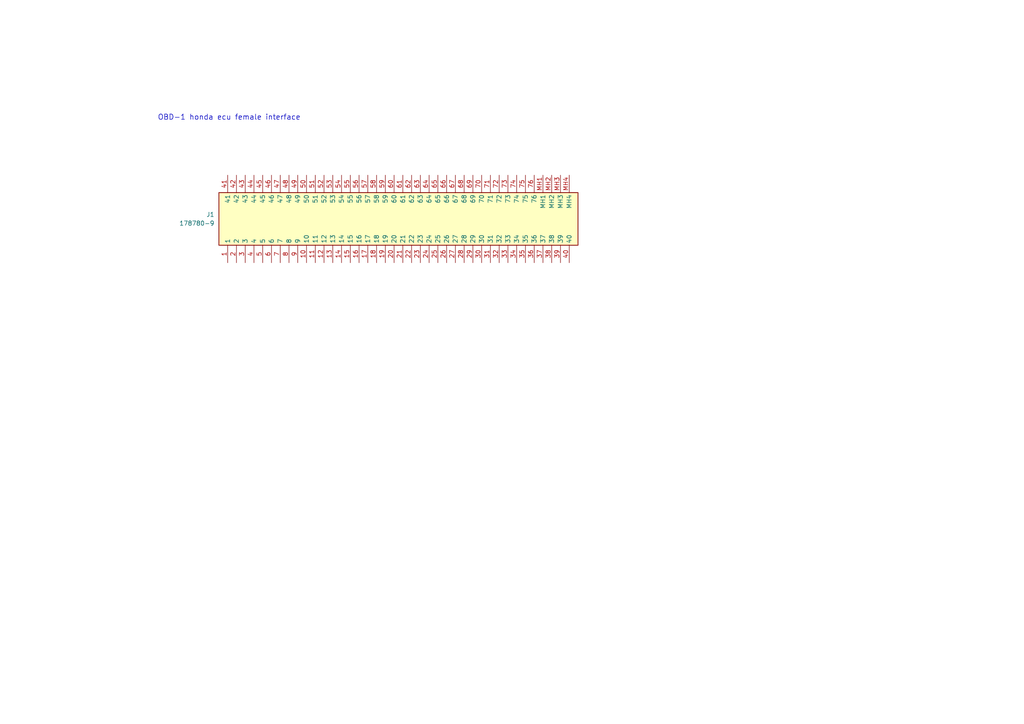
<source format=kicad_sch>
(kicad_sch (version 20231120) (generator "eeschema") (generator_version "8.0")
  (paper "A4")
  (lib_symbols
    (symbol "178780-9:178780-9"
      (property "Reference" "J" (at 21.59 7.62 0))
      (property "Value" "178780-9" (at 21.59 5.08 0))
      (symbol "178780-9_1_1"
        (rectangle (start 5.08 2.54) (end 20.32 -101.6) (stroke (width 0.254)) (fill (type background)))
        (pin passive line (at 0 0 0) (length 5.08) (name "1") (number "1"))
        (pin passive line (at 0 -22.86 0) (length 5.08) (name "10") (number "10"))
        (pin passive line (at 0 -25.4 0) (length 5.08) (name "11") (number "11"))
        (pin passive line (at 0 -27.94 0) (length 5.08) (name "12") (number "12"))
        (pin passive line (at 0 -30.48 0) (length 5.08) (name "13") (number "13"))
        (pin passive line (at 0 -33.02 0) (length 5.08) (name "14") (number "14"))
        (pin passive line (at 0 -35.56 0) (length 5.08) (name "15") (number "15"))
        (pin passive line (at 0 -38.1 0) (length 5.08) (name "16") (number "16"))
        (pin passive line (at 0 -40.64 0) (length 5.08) (name "17") (number "17"))
        (pin passive line (at 0 -43.18 0) (length 5.08) (name "18") (number "18"))
        (pin passive line (at 0 -45.72 0) (length 5.08) (name "19") (number "19"))
        (pin passive line (at 0 -2.54 0) (length 5.08) (name "2") (number "2"))
        (pin passive line (at 0 -48.26 0) (length 5.08) (name "20") (number "20"))
        (pin passive line (at 0 -50.8 0) (length 5.08) (name "21") (number "21"))
        (pin passive line (at 0 -53.34 0) (length 5.08) (name "22") (number "22"))
        (pin passive line (at 0 -55.88 0) (length 5.08) (name "23") (number "23"))
        (pin passive line (at 0 -58.42 0) (length 5.08) (name "24") (number "24"))
        (pin passive line (at 0 -60.96 0) (length 5.08) (name "25") (number "25"))
        (pin passive line (at 0 -63.5 0) (length 5.08) (name "26") (number "26"))
        (pin passive line (at 0 -66.04 0) (length 5.08) (name "27") (number "27"))
        (pin passive line (at 0 -68.58 0) (length 5.08) (name "28") (number "28"))
        (pin passive line (at 0 -71.12 0) (length 5.08) (name "29") (number "29"))
        (pin passive line (at 0 -5.08 0) (length 5.08) (name "3") (number "3"))
        (pin passive line (at 0 -73.66 0) (length 5.08) (name "30") (number "30"))
        (pin passive line (at 0 -76.2 0) (length 5.08) (name "31") (number "31"))
        (pin passive line (at 0 -78.74 0) (length 5.08) (name "32") (number "32"))
        (pin passive line (at 0 -81.28 0) (length 5.08) (name "33") (number "33"))
        (pin passive line (at 0 -83.82 0) (length 5.08) (name "34") (number "34"))
        (pin passive line (at 0 -86.36 0) (length 5.08) (name "35") (number "35"))
        (pin passive line (at 0 -88.9 0) (length 5.08) (name "36") (number "36"))
        (pin passive line (at 0 -91.44 0) (length 5.08) (name "37") (number "37"))
        (pin passive line (at 0 -93.98 0) (length 5.08) (name "38") (number "38"))
        (pin passive line (at 0 -96.52 0) (length 5.08) (name "39") (number "39"))
        (pin passive line (at 0 -7.62 0) (length 5.08) (name "4") (number "4"))
        (pin passive line (at 0 -99.06 0) (length 5.08) (name "40") (number "40"))
        (pin passive line (at 25.4 0 180) (length 5.08) (name "41") (number "41"))
        (pin passive line (at 25.4 -2.54 180) (length 5.08) (name "42") (number "42"))
        (pin passive line (at 25.4 -5.08 180) (length 5.08) (name "43") (number "43"))
        (pin passive line (at 25.4 -7.62 180) (length 5.08) (name "44") (number "44"))
        (pin passive line (at 25.4 -10.16 180) (length 5.08) (name "45") (number "45"))
        (pin passive line (at 25.4 -12.7 180) (length 5.08) (name "46") (number "46"))
        (pin passive line (at 25.4 -15.24 180) (length 5.08) (name "47") (number "47"))
        (pin passive line (at 25.4 -17.78 180) (length 5.08) (name "48") (number "48"))
        (pin passive line (at 25.4 -20.32 180) (length 5.08) (name "49") (number "49"))
        (pin passive line (at 0 -10.16 0) (length 5.08) (name "5") (number "5"))
        (pin passive line (at 25.4 -22.86 180) (length 5.08) (name "50") (number "50"))
        (pin passive line (at 25.4 -25.4 180) (length 5.08) (name "51") (number "51"))
        (pin passive line (at 25.4 -27.94 180) (length 5.08) (name "52") (number "52"))
        (pin passive line (at 25.4 -30.48 180) (length 5.08) (name "53") (number "53"))
        (pin passive line (at 25.4 -33.02 180) (length 5.08) (name "54") (number "54"))
        (pin passive line (at 25.4 -35.56 180) (length 5.08) (name "55") (number "55"))
        (pin passive line (at 25.4 -38.1 180) (length 5.08) (name "56") (number "56"))
        (pin passive line (at 25.4 -40.64 180) (length 5.08) (name "57") (number "57"))
        (pin passive line (at 25.4 -43.18 180) (length 5.08) (name "58") (number "58"))
        (pin passive line (at 25.4 -45.72 180) (length 5.08) (name "59") (number "59"))
        (pin passive line (at 0 -12.7 0) (length 5.08) (name "6") (number "6"))
        (pin passive line (at 25.4 -48.26 180) (length 5.08) (name "60") (number "60"))
        (pin passive line (at 25.4 -50.8 180) (length 5.08) (name "61") (number "61"))
        (pin passive line (at 25.4 -53.34 180) (length 5.08) (name "62") (number "62"))
        (pin passive line (at 25.4 -55.88 180) (length 5.08) (name "63") (number "63"))
        (pin passive line (at 25.4 -58.42 180) (length 5.08) (name "64") (number "64"))
        (pin passive line (at 25.4 -60.96 180) (length 5.08) (name "65") (number "65"))
        (pin passive line (at 25.4 -63.5 180) (length 5.08) (name "66") (number "66"))
        (pin passive line (at 25.4 -66.04 180) (length 5.08) (name "67") (number "67"))
        (pin passive line (at 25.4 -68.58 180) (length 5.08) (name "68") (number "68"))
        (pin passive line (at 25.4 -71.12 180) (length 5.08) (name "69") (number "69"))
        (pin passive line (at 0 -15.24 0) (length 5.08) (name "7") (number "7"))
        (pin passive line (at 25.4 -73.66 180) (length 5.08) (name "70") (number "70"))
        (pin passive line (at 25.4 -76.2 180) (length 5.08) (name "71") (number "71"))
        (pin passive line (at 25.4 -78.74 180) (length 5.08) (name "72") (number "72"))
        (pin passive line (at 25.4 -81.28 180) (length 5.08) (name "73") (number "73"))
        (pin passive line (at 25.4 -83.82 180) (length 5.08) (name "74") (number "74"))
        (pin passive line (at 25.4 -86.36 180) (length 5.08) (name "75") (number "75"))
        (pin passive line (at 25.4 -88.9 180) (length 5.08) (name "76") (number "76"))
        (pin passive line (at 0 -17.78 0) (length 5.08) (name "8") (number "8"))
        (pin passive line (at 0 -20.32 0) (length 5.08) (name "9") (number "9"))
        (pin passive line (at 25.4 -91.44 180) (length 5.08) (name "MH1") (number "MH1"))
        (pin passive line (at 25.4 -93.98 180) (length 5.08) (name "MH2") (number "MH2"))
        (pin passive line (at 25.4 -96.52 180) (length 5.08) (name "MH3") (number "MH3"))
        (pin passive line (at 25.4 -99.06 180) (length 5.08) (name "MH4") (number "MH4"))
      )
    )
  )
  (text "OBD-1 honda ecu female interface" (at 45.72 35.052 0) (effects (font (size 1.524 1.524)) (justify left bottom)))
  (symbol (lib_id "178780-9:178780-9") (at 66.04 76.2 90) (unit 1)
    (property "Reference" "J1" (at 62.23 62.2299 90) (effects (justify left)))
    (property "Value" "178780-9" (at 62.23 64.7699 90) (effects (justify left)))
    (property "Footprint" "1787809" (effects (hide yes)))
    (property "Datasheet" "https://datasheet.datasheetarchive.com/originals/distributors/Datasheets_SAMA/8ea2ee443efd2a187979edde378cef43.pdf" (effects (hide yes)))
    (property "Description" "Automotive Connectors 040/070 HYB CAP ASSY 76P" (effects (hide yes)))
    (property "Height" "22.2" (effects (hide yes)))
    (property "Manufacturer_Name" "TE Connectivity" (effects (hide yes)))
    (property "Manufacturer_Part_Number" "178780-9" (effects (hide yes)))
  )
)
</source>
